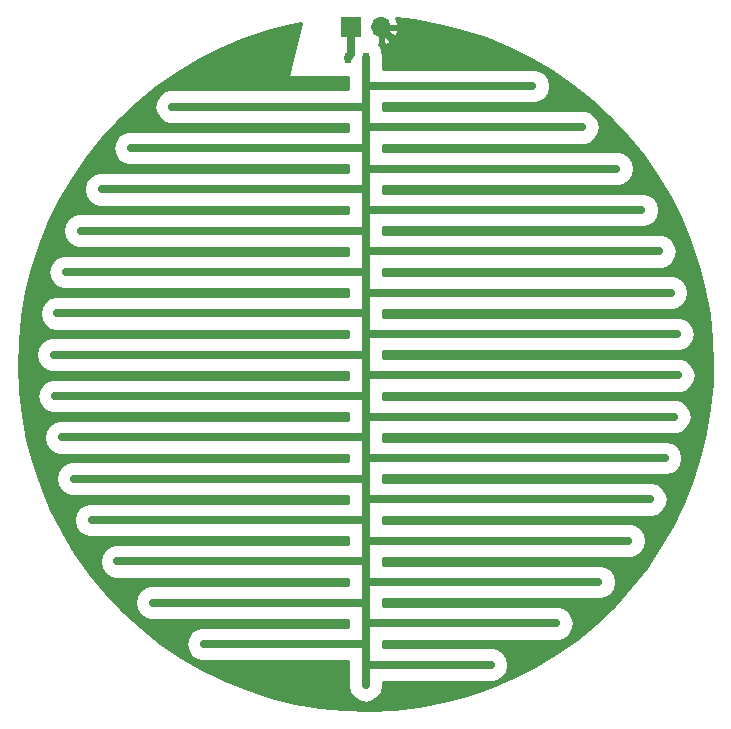
<source format=gbr>
G04 #@! TF.GenerationSoftware,KiCad,Pcbnew,(6.0.0-rc1-dev-135-gb4df06c)*
G04 #@! TF.CreationDate,2018-08-02T19:22:29+03:00*
G04 #@! TF.ProjectId,leaf-moist-sensor,6C6561662D6D6F6973742D73656E736F,rev?*
G04 #@! TF.SameCoordinates,Original*
G04 #@! TF.FileFunction,Copper,L1,Top,Signal*
G04 #@! TF.FilePolarity,Positive*
%FSLAX46Y46*%
G04 Gerber Fmt 4.6, Leading zero omitted, Abs format (unit mm)*
G04 Created by KiCad (PCBNEW (6.0.0-rc1-dev-135-gb4df06c)) date 2018 August 02, Thursday 19:22:29*
%MOMM*%
%LPD*%
G01*
G04 APERTURE LIST*
G04 #@! TA.AperFunction,SMDPad,CuDef*
%ADD10R,0.500000X0.900000*%
G04 #@! TD*
G04 #@! TA.AperFunction,ComponentPad*
%ADD11O,1.700000X1.700000*%
G04 #@! TD*
G04 #@! TA.AperFunction,ComponentPad*
%ADD12R,1.700000X1.700000*%
G04 #@! TD*
G04 #@! TA.AperFunction,Conductor*
%ADD13C,0.250000*%
G04 #@! TD*
G04 #@! TA.AperFunction,Conductor*
%ADD14C,0.700000*%
G04 #@! TD*
G04 #@! TA.AperFunction,Conductor*
%ADD15C,0.254000*%
G04 #@! TD*
G04 APERTURE END LIST*
D10*
G04 #@! TO.P,R4,2*
G04 #@! TO.N,/EXCITATION*
X132550000Y-60400000D03*
G04 #@! TO.P,R4,1*
G04 #@! TO.N,/SENSOR_TRACK*
X134050000Y-60400000D03*
G04 #@! TD*
D11*
G04 #@! TO.P,P1,2*
G04 #@! TO.N,GND*
X135390000Y-57850000D03*
D12*
G04 #@! TO.P,P1,1*
G04 #@! TO.N,/EXCITATION*
X132850000Y-57850000D03*
G04 #@! TD*
D13*
G04 #@! TO.N,/EXCITATION*
X132550000Y-57550000D02*
X132850000Y-57250000D01*
D14*
X132850000Y-60100000D02*
X132550000Y-60400000D01*
X132850000Y-57850000D02*
X132850000Y-60100000D01*
G04 #@! TO.N,/SENSOR_TRACK*
X134050000Y-62500000D02*
X134050000Y-113500000D01*
X134100000Y-62800000D02*
X148152824Y-62800000D01*
X134100000Y-66300000D02*
X152367900Y-66300000D01*
X134100000Y-69800000D02*
X155295018Y-69800000D01*
X134100000Y-73300000D02*
X157405230Y-73300000D01*
X134100000Y-76800000D02*
X158899484Y-76800000D01*
X134100000Y-80300000D02*
X159880684Y-80300000D01*
X134100000Y-83800000D02*
X160403892Y-83800000D01*
X134100000Y-87300000D02*
X160495193Y-87300000D01*
X134100000Y-90800000D02*
X160158928Y-90800000D01*
X134100000Y-94300000D02*
X159378804Y-94300000D01*
X134100000Y-97800000D02*
X158113596Y-97800000D01*
X134100000Y-101300000D02*
X156284453Y-101300000D01*
X134100000Y-104800000D02*
X153742493Y-104800000D01*
X134100000Y-108300000D02*
X150171971Y-108300000D01*
X134100000Y-111800000D02*
X144644811Y-111800000D01*
X134050000Y-64550000D02*
X117676345Y-64550000D01*
X134050000Y-68050000D02*
X114197164Y-68050000D01*
X134050000Y-71550000D02*
X111713608Y-71550000D01*
X134050000Y-75050000D02*
X109928551Y-75050000D01*
X134050000Y-78550000D02*
X108700046Y-78550000D01*
X134050000Y-82050000D02*
X107952652Y-82050000D01*
X134050000Y-85550000D02*
X107647212Y-85550000D01*
X134050000Y-89050000D02*
X107768981Y-89050000D01*
X134050000Y-92550000D02*
X108323753Y-92550000D01*
X134050000Y-96050000D02*
X109339354Y-96050000D01*
X134050000Y-99550000D02*
X110873436Y-99550000D01*
X134050000Y-103050000D02*
X113033631Y-103050000D01*
X134050000Y-106550000D02*
X116031768Y-106550000D01*
X134050000Y-110050000D02*
X120375014Y-110050000D01*
X134050000Y-60400000D02*
X134050000Y-62500000D01*
G04 #@! TO.N,GND*
X136239999Y-58699999D02*
X136249999Y-58699999D01*
X135390000Y-57850000D02*
X136239999Y-58699999D01*
X136249999Y-58699999D02*
X136700000Y-59150000D01*
G04 #@! TD*
D15*
G04 #@! TO.N,GND*
G36*
X138134452Y-57237613D02*
X140201886Y-57604018D01*
X142237831Y-58117301D01*
X144231868Y-58774836D01*
X146173789Y-59573256D01*
X148053655Y-60508475D01*
X149861845Y-61575707D01*
X151589103Y-62769488D01*
X153226588Y-64083709D01*
X154765919Y-65511642D01*
X156199217Y-67045980D01*
X157519145Y-68678867D01*
X158718949Y-70401947D01*
X159792486Y-72206401D01*
X160734261Y-74082991D01*
X161539455Y-76022114D01*
X162203947Y-78013843D01*
X162724334Y-80047984D01*
X163097953Y-82114126D01*
X163322892Y-84201693D01*
X163398000Y-86300000D01*
X163349336Y-87989389D01*
X163153565Y-90079893D01*
X162808830Y-92151050D01*
X162316895Y-94192259D01*
X161680278Y-96193072D01*
X160902236Y-98143247D01*
X159986754Y-100032804D01*
X158938516Y-101852071D01*
X157762887Y-103591735D01*
X156465886Y-105242892D01*
X155054150Y-106797092D01*
X153534906Y-108246378D01*
X151915930Y-109583334D01*
X150205509Y-110801115D01*
X148412396Y-111893489D01*
X146545771Y-112854864D01*
X144615186Y-113680320D01*
X142630525Y-114365632D01*
X140601944Y-114907292D01*
X138539828Y-115302527D01*
X136454731Y-115549314D01*
X134357326Y-115646391D01*
X132258347Y-115593260D01*
X130168539Y-115390194D01*
X128098598Y-115038231D01*
X126059119Y-114539174D01*
X124060541Y-113895576D01*
X122113093Y-113110732D01*
X120226743Y-112188659D01*
X118411147Y-111134077D01*
X116675597Y-109952383D01*
X115028977Y-108649626D01*
X113479715Y-107232474D01*
X112035740Y-105708181D01*
X110704444Y-104084548D01*
X109492641Y-102369885D01*
X108406533Y-100572971D01*
X107451679Y-98703001D01*
X106632967Y-96769547D01*
X105954587Y-94782505D01*
X105420012Y-92752046D01*
X105031978Y-90688563D01*
X104792470Y-88602618D01*
X104702715Y-86504886D01*
X104763172Y-84406106D01*
X104973532Y-82317019D01*
X105332718Y-80248320D01*
X105838892Y-78210595D01*
X106489462Y-76214275D01*
X107281099Y-74269579D01*
X108209751Y-72386459D01*
X109270664Y-70574555D01*
X110458409Y-68843141D01*
X111766906Y-67201078D01*
X113189457Y-65656772D01*
X114718782Y-64218127D01*
X116347052Y-62892507D01*
X118065934Y-61686696D01*
X119866629Y-60606867D01*
X121739920Y-59658547D01*
X123676220Y-58846589D01*
X125665618Y-58175149D01*
X127697930Y-57647665D01*
X128557285Y-57489169D01*
X127476617Y-61919907D01*
X127473000Y-61950000D01*
X127482667Y-61998601D01*
X127510197Y-62039803D01*
X127551399Y-62067333D01*
X127600000Y-62077000D01*
X132573001Y-62077000D01*
X132573001Y-62354526D01*
X132573000Y-62354530D01*
X132573000Y-63073000D01*
X117530874Y-63073000D01*
X117100048Y-63158697D01*
X116611487Y-63485142D01*
X116285042Y-63973703D01*
X116170409Y-64550000D01*
X116285042Y-65126297D01*
X116611487Y-65614858D01*
X117100048Y-65941303D01*
X117530874Y-66027000D01*
X132573000Y-66027000D01*
X132573000Y-66573000D01*
X114051693Y-66573000D01*
X113620867Y-66658697D01*
X113132306Y-66985142D01*
X112805861Y-67473703D01*
X112691228Y-68050000D01*
X112805861Y-68626297D01*
X113132306Y-69114858D01*
X113620867Y-69441303D01*
X114051693Y-69527000D01*
X132573000Y-69527000D01*
X132573000Y-70073000D01*
X111568137Y-70073000D01*
X111137311Y-70158697D01*
X110648750Y-70485142D01*
X110322305Y-70973703D01*
X110207672Y-71550000D01*
X110322305Y-72126297D01*
X110648750Y-72614858D01*
X111137311Y-72941303D01*
X111568137Y-73027000D01*
X132573000Y-73027000D01*
X132573000Y-73573000D01*
X109783080Y-73573000D01*
X109352254Y-73658697D01*
X108863693Y-73985142D01*
X108537248Y-74473703D01*
X108422615Y-75050000D01*
X108537248Y-75626297D01*
X108863693Y-76114858D01*
X109352254Y-76441303D01*
X109783080Y-76527000D01*
X132573000Y-76527000D01*
X132573000Y-77073000D01*
X108554575Y-77073000D01*
X108123749Y-77158697D01*
X107635188Y-77485142D01*
X107308743Y-77973703D01*
X107194110Y-78550000D01*
X107308743Y-79126297D01*
X107635188Y-79614858D01*
X108123749Y-79941303D01*
X108554575Y-80027000D01*
X132573000Y-80027000D01*
X132573000Y-80573000D01*
X107807181Y-80573000D01*
X107376355Y-80658697D01*
X106887794Y-80985142D01*
X106561349Y-81473703D01*
X106446716Y-82050000D01*
X106561349Y-82626297D01*
X106887794Y-83114858D01*
X107376355Y-83441303D01*
X107807181Y-83527000D01*
X132573000Y-83527000D01*
X132573000Y-84073000D01*
X107501741Y-84073000D01*
X107070915Y-84158697D01*
X106582354Y-84485142D01*
X106255909Y-84973703D01*
X106141276Y-85550000D01*
X106255909Y-86126297D01*
X106582354Y-86614858D01*
X107070915Y-86941303D01*
X107501741Y-87027000D01*
X132573000Y-87027000D01*
X132573000Y-87573000D01*
X107623510Y-87573000D01*
X107192684Y-87658697D01*
X106704123Y-87985142D01*
X106377678Y-88473703D01*
X106263045Y-89050000D01*
X106377678Y-89626297D01*
X106704123Y-90114858D01*
X107192684Y-90441303D01*
X107623510Y-90527000D01*
X132573001Y-90527000D01*
X132573001Y-91073000D01*
X108178282Y-91073000D01*
X107747456Y-91158697D01*
X107258895Y-91485142D01*
X106932450Y-91973703D01*
X106817817Y-92550000D01*
X106932450Y-93126297D01*
X107258895Y-93614858D01*
X107747456Y-93941303D01*
X108178282Y-94027000D01*
X132573001Y-94027000D01*
X132573001Y-94573000D01*
X109193883Y-94573000D01*
X108763057Y-94658697D01*
X108274496Y-94985142D01*
X107948051Y-95473703D01*
X107833418Y-96050000D01*
X107948051Y-96626297D01*
X108274496Y-97114858D01*
X108763057Y-97441303D01*
X109193883Y-97527000D01*
X132573001Y-97527000D01*
X132573001Y-98073000D01*
X110727965Y-98073000D01*
X110297139Y-98158697D01*
X109808578Y-98485142D01*
X109482133Y-98973703D01*
X109367500Y-99550000D01*
X109482133Y-100126297D01*
X109808578Y-100614858D01*
X110297139Y-100941303D01*
X110727965Y-101027000D01*
X132573001Y-101027000D01*
X132573001Y-101573000D01*
X112888160Y-101573000D01*
X112457334Y-101658697D01*
X111968773Y-101985142D01*
X111642328Y-102473703D01*
X111527695Y-103050000D01*
X111642328Y-103626297D01*
X111968773Y-104114858D01*
X112457334Y-104441303D01*
X112888160Y-104527000D01*
X132573001Y-104527000D01*
X132573001Y-105073000D01*
X115886297Y-105073000D01*
X115455471Y-105158697D01*
X114966910Y-105485142D01*
X114640465Y-105973703D01*
X114525832Y-106550000D01*
X114640465Y-107126297D01*
X114966910Y-107614858D01*
X115455471Y-107941303D01*
X115886297Y-108027000D01*
X132573001Y-108027000D01*
X132573001Y-108573000D01*
X120229543Y-108573000D01*
X119798717Y-108658697D01*
X119310156Y-108985142D01*
X118983711Y-109473703D01*
X118869078Y-110050000D01*
X118983711Y-110626297D01*
X119310156Y-111114858D01*
X119798717Y-111441303D01*
X120229543Y-111527000D01*
X132573001Y-111527000D01*
X132573001Y-113645471D01*
X132658698Y-114076297D01*
X132985143Y-114564858D01*
X133473704Y-114891303D01*
X134050000Y-115005936D01*
X134626297Y-114891303D01*
X135114858Y-114564858D01*
X135441303Y-114076297D01*
X135527000Y-113645471D01*
X135527000Y-113277000D01*
X144790282Y-113277000D01*
X145221108Y-113191303D01*
X145709669Y-112864858D01*
X146036114Y-112376297D01*
X146150747Y-111800000D01*
X146036114Y-111223703D01*
X145709669Y-110735142D01*
X145221108Y-110408697D01*
X144790282Y-110323000D01*
X135527000Y-110323000D01*
X135527000Y-110195471D01*
X135555936Y-110050000D01*
X135527000Y-109904529D01*
X135527000Y-109777000D01*
X150317442Y-109777000D01*
X150748268Y-109691303D01*
X151236829Y-109364858D01*
X151563274Y-108876297D01*
X151677907Y-108300000D01*
X151563274Y-107723703D01*
X151236829Y-107235142D01*
X150748268Y-106908697D01*
X150317442Y-106823000D01*
X135527000Y-106823000D01*
X135527000Y-106695471D01*
X135555936Y-106550000D01*
X135527000Y-106404529D01*
X135527000Y-106277000D01*
X153887964Y-106277000D01*
X154318790Y-106191303D01*
X154807351Y-105864858D01*
X155133796Y-105376297D01*
X155248429Y-104800000D01*
X155133796Y-104223703D01*
X154807351Y-103735142D01*
X154318790Y-103408697D01*
X153887964Y-103323000D01*
X135527000Y-103323000D01*
X135527000Y-103195471D01*
X135555936Y-103050000D01*
X135527000Y-102904529D01*
X135527000Y-102777000D01*
X156429924Y-102777000D01*
X156860750Y-102691303D01*
X157349311Y-102364858D01*
X157675756Y-101876297D01*
X157790389Y-101300000D01*
X157675756Y-100723703D01*
X157349311Y-100235142D01*
X156860750Y-99908697D01*
X156429924Y-99823000D01*
X135527000Y-99823000D01*
X135527000Y-99695471D01*
X135555936Y-99550000D01*
X135527000Y-99404529D01*
X135527000Y-99277000D01*
X158259067Y-99277000D01*
X158689893Y-99191303D01*
X159178454Y-98864858D01*
X159504899Y-98376297D01*
X159619532Y-97800000D01*
X159504899Y-97223703D01*
X159178454Y-96735142D01*
X158689893Y-96408697D01*
X158259067Y-96323000D01*
X135527000Y-96323000D01*
X135527000Y-96195471D01*
X135555936Y-96050000D01*
X135527000Y-95904529D01*
X135527000Y-95777000D01*
X159524275Y-95777000D01*
X159955101Y-95691303D01*
X160443662Y-95364858D01*
X160770107Y-94876297D01*
X160884740Y-94300000D01*
X160770107Y-93723703D01*
X160443662Y-93235142D01*
X159955101Y-92908697D01*
X159524275Y-92823000D01*
X135527000Y-92823000D01*
X135527000Y-92695471D01*
X135555936Y-92550000D01*
X135527000Y-92404529D01*
X135527000Y-92277000D01*
X160304399Y-92277000D01*
X160735225Y-92191303D01*
X161223786Y-91864858D01*
X161550231Y-91376297D01*
X161664864Y-90800000D01*
X161550231Y-90223703D01*
X161223786Y-89735142D01*
X160735225Y-89408697D01*
X160304399Y-89323000D01*
X135527000Y-89323000D01*
X135527000Y-89195471D01*
X135555936Y-89050000D01*
X135527000Y-88904529D01*
X135527000Y-88777000D01*
X160640664Y-88777000D01*
X161071490Y-88691303D01*
X161560051Y-88364858D01*
X161886496Y-87876297D01*
X162001129Y-87300000D01*
X161886496Y-86723703D01*
X161560051Y-86235142D01*
X161071490Y-85908697D01*
X160640664Y-85823000D01*
X135527000Y-85823000D01*
X135527000Y-85695471D01*
X135555936Y-85550000D01*
X135527000Y-85404529D01*
X135527000Y-85277000D01*
X160549363Y-85277000D01*
X160980189Y-85191303D01*
X161468750Y-84864858D01*
X161795195Y-84376297D01*
X161909828Y-83800000D01*
X161795195Y-83223703D01*
X161468750Y-82735142D01*
X160980189Y-82408697D01*
X160549363Y-82323000D01*
X135527000Y-82323000D01*
X135527000Y-82195471D01*
X135555936Y-82050000D01*
X135527000Y-81904529D01*
X135527000Y-81777000D01*
X160026155Y-81777000D01*
X160456981Y-81691303D01*
X160945542Y-81364858D01*
X161271987Y-80876297D01*
X161386620Y-80300000D01*
X161271987Y-79723703D01*
X160945542Y-79235142D01*
X160456981Y-78908697D01*
X160026155Y-78823000D01*
X135527000Y-78823000D01*
X135527000Y-78695471D01*
X135555936Y-78550000D01*
X135527000Y-78404529D01*
X135527000Y-78277000D01*
X159044955Y-78277000D01*
X159475781Y-78191303D01*
X159964342Y-77864858D01*
X160290787Y-77376297D01*
X160405420Y-76800000D01*
X160290787Y-76223703D01*
X159964342Y-75735142D01*
X159475781Y-75408697D01*
X159044955Y-75323000D01*
X135527000Y-75323000D01*
X135527000Y-75195471D01*
X135555936Y-75050000D01*
X135527000Y-74904529D01*
X135527000Y-74777000D01*
X157550701Y-74777000D01*
X157981527Y-74691303D01*
X158470088Y-74364858D01*
X158796533Y-73876297D01*
X158911166Y-73300000D01*
X158796533Y-72723703D01*
X158470088Y-72235142D01*
X157981527Y-71908697D01*
X157550701Y-71823000D01*
X135527000Y-71823000D01*
X135527000Y-71695471D01*
X135555936Y-71550000D01*
X135527000Y-71404529D01*
X135527000Y-71277000D01*
X155440489Y-71277000D01*
X155871315Y-71191303D01*
X156359876Y-70864858D01*
X156686321Y-70376297D01*
X156800954Y-69800000D01*
X156686321Y-69223703D01*
X156359876Y-68735142D01*
X155871315Y-68408697D01*
X155440489Y-68323000D01*
X135527000Y-68323000D01*
X135527000Y-68195471D01*
X135555936Y-68050000D01*
X135527000Y-67904529D01*
X135527000Y-67777000D01*
X152513371Y-67777000D01*
X152944197Y-67691303D01*
X153432758Y-67364858D01*
X153759203Y-66876297D01*
X153873836Y-66300000D01*
X153759203Y-65723703D01*
X153432758Y-65235142D01*
X152944197Y-64908697D01*
X152513371Y-64823000D01*
X135527000Y-64823000D01*
X135527000Y-64695471D01*
X135555936Y-64550000D01*
X135527000Y-64404529D01*
X135527000Y-64277000D01*
X148298295Y-64277000D01*
X148729121Y-64191303D01*
X149217682Y-63864858D01*
X149544127Y-63376297D01*
X149658760Y-62800000D01*
X149544127Y-62223703D01*
X149217682Y-61735142D01*
X148729121Y-61408697D01*
X148298295Y-61323000D01*
X135527000Y-61323000D01*
X135527000Y-60254529D01*
X135441303Y-59823703D01*
X135416604Y-59786739D01*
X135361611Y-59510267D01*
X135177000Y-59233976D01*
X135177000Y-59215540D01*
X135263000Y-59170155D01*
X135263000Y-57977000D01*
X135517000Y-57977000D01*
X135517000Y-59170155D01*
X135746890Y-59291476D01*
X136156924Y-59121645D01*
X136585183Y-58731358D01*
X136831486Y-58206892D01*
X136710819Y-57977000D01*
X135517000Y-57977000D01*
X135263000Y-57977000D01*
X135243000Y-57977000D01*
X135243000Y-57723000D01*
X135263000Y-57723000D01*
X135263000Y-57703000D01*
X135517000Y-57703000D01*
X135517000Y-57723000D01*
X136710819Y-57723000D01*
X136831486Y-57493108D01*
X136638267Y-57081678D01*
X138134452Y-57237613D01*
X138134452Y-57237613D01*
G37*
X138134452Y-57237613D02*
X140201886Y-57604018D01*
X142237831Y-58117301D01*
X144231868Y-58774836D01*
X146173789Y-59573256D01*
X148053655Y-60508475D01*
X149861845Y-61575707D01*
X151589103Y-62769488D01*
X153226588Y-64083709D01*
X154765919Y-65511642D01*
X156199217Y-67045980D01*
X157519145Y-68678867D01*
X158718949Y-70401947D01*
X159792486Y-72206401D01*
X160734261Y-74082991D01*
X161539455Y-76022114D01*
X162203947Y-78013843D01*
X162724334Y-80047984D01*
X163097953Y-82114126D01*
X163322892Y-84201693D01*
X163398000Y-86300000D01*
X163349336Y-87989389D01*
X163153565Y-90079893D01*
X162808830Y-92151050D01*
X162316895Y-94192259D01*
X161680278Y-96193072D01*
X160902236Y-98143247D01*
X159986754Y-100032804D01*
X158938516Y-101852071D01*
X157762887Y-103591735D01*
X156465886Y-105242892D01*
X155054150Y-106797092D01*
X153534906Y-108246378D01*
X151915930Y-109583334D01*
X150205509Y-110801115D01*
X148412396Y-111893489D01*
X146545771Y-112854864D01*
X144615186Y-113680320D01*
X142630525Y-114365632D01*
X140601944Y-114907292D01*
X138539828Y-115302527D01*
X136454731Y-115549314D01*
X134357326Y-115646391D01*
X132258347Y-115593260D01*
X130168539Y-115390194D01*
X128098598Y-115038231D01*
X126059119Y-114539174D01*
X124060541Y-113895576D01*
X122113093Y-113110732D01*
X120226743Y-112188659D01*
X118411147Y-111134077D01*
X116675597Y-109952383D01*
X115028977Y-108649626D01*
X113479715Y-107232474D01*
X112035740Y-105708181D01*
X110704444Y-104084548D01*
X109492641Y-102369885D01*
X108406533Y-100572971D01*
X107451679Y-98703001D01*
X106632967Y-96769547D01*
X105954587Y-94782505D01*
X105420012Y-92752046D01*
X105031978Y-90688563D01*
X104792470Y-88602618D01*
X104702715Y-86504886D01*
X104763172Y-84406106D01*
X104973532Y-82317019D01*
X105332718Y-80248320D01*
X105838892Y-78210595D01*
X106489462Y-76214275D01*
X107281099Y-74269579D01*
X108209751Y-72386459D01*
X109270664Y-70574555D01*
X110458409Y-68843141D01*
X111766906Y-67201078D01*
X113189457Y-65656772D01*
X114718782Y-64218127D01*
X116347052Y-62892507D01*
X118065934Y-61686696D01*
X119866629Y-60606867D01*
X121739920Y-59658547D01*
X123676220Y-58846589D01*
X125665618Y-58175149D01*
X127697930Y-57647665D01*
X128557285Y-57489169D01*
X127476617Y-61919907D01*
X127473000Y-61950000D01*
X127482667Y-61998601D01*
X127510197Y-62039803D01*
X127551399Y-62067333D01*
X127600000Y-62077000D01*
X132573001Y-62077000D01*
X132573001Y-62354526D01*
X132573000Y-62354530D01*
X132573000Y-63073000D01*
X117530874Y-63073000D01*
X117100048Y-63158697D01*
X116611487Y-63485142D01*
X116285042Y-63973703D01*
X116170409Y-64550000D01*
X116285042Y-65126297D01*
X116611487Y-65614858D01*
X117100048Y-65941303D01*
X117530874Y-66027000D01*
X132573000Y-66027000D01*
X132573000Y-66573000D01*
X114051693Y-66573000D01*
X113620867Y-66658697D01*
X113132306Y-66985142D01*
X112805861Y-67473703D01*
X112691228Y-68050000D01*
X112805861Y-68626297D01*
X113132306Y-69114858D01*
X113620867Y-69441303D01*
X114051693Y-69527000D01*
X132573000Y-69527000D01*
X132573000Y-70073000D01*
X111568137Y-70073000D01*
X111137311Y-70158697D01*
X110648750Y-70485142D01*
X110322305Y-70973703D01*
X110207672Y-71550000D01*
X110322305Y-72126297D01*
X110648750Y-72614858D01*
X111137311Y-72941303D01*
X111568137Y-73027000D01*
X132573000Y-73027000D01*
X132573000Y-73573000D01*
X109783080Y-73573000D01*
X109352254Y-73658697D01*
X108863693Y-73985142D01*
X108537248Y-74473703D01*
X108422615Y-75050000D01*
X108537248Y-75626297D01*
X108863693Y-76114858D01*
X109352254Y-76441303D01*
X109783080Y-76527000D01*
X132573000Y-76527000D01*
X132573000Y-77073000D01*
X108554575Y-77073000D01*
X108123749Y-77158697D01*
X107635188Y-77485142D01*
X107308743Y-77973703D01*
X107194110Y-78550000D01*
X107308743Y-79126297D01*
X107635188Y-79614858D01*
X108123749Y-79941303D01*
X108554575Y-80027000D01*
X132573000Y-80027000D01*
X132573000Y-80573000D01*
X107807181Y-80573000D01*
X107376355Y-80658697D01*
X106887794Y-80985142D01*
X106561349Y-81473703D01*
X106446716Y-82050000D01*
X106561349Y-82626297D01*
X106887794Y-83114858D01*
X107376355Y-83441303D01*
X107807181Y-83527000D01*
X132573000Y-83527000D01*
X132573000Y-84073000D01*
X107501741Y-84073000D01*
X107070915Y-84158697D01*
X106582354Y-84485142D01*
X106255909Y-84973703D01*
X106141276Y-85550000D01*
X106255909Y-86126297D01*
X106582354Y-86614858D01*
X107070915Y-86941303D01*
X107501741Y-87027000D01*
X132573000Y-87027000D01*
X132573000Y-87573000D01*
X107623510Y-87573000D01*
X107192684Y-87658697D01*
X106704123Y-87985142D01*
X106377678Y-88473703D01*
X106263045Y-89050000D01*
X106377678Y-89626297D01*
X106704123Y-90114858D01*
X107192684Y-90441303D01*
X107623510Y-90527000D01*
X132573001Y-90527000D01*
X132573001Y-91073000D01*
X108178282Y-91073000D01*
X107747456Y-91158697D01*
X107258895Y-91485142D01*
X106932450Y-91973703D01*
X106817817Y-92550000D01*
X106932450Y-93126297D01*
X107258895Y-93614858D01*
X107747456Y-93941303D01*
X108178282Y-94027000D01*
X132573001Y-94027000D01*
X132573001Y-94573000D01*
X109193883Y-94573000D01*
X108763057Y-94658697D01*
X108274496Y-94985142D01*
X107948051Y-95473703D01*
X107833418Y-96050000D01*
X107948051Y-96626297D01*
X108274496Y-97114858D01*
X108763057Y-97441303D01*
X109193883Y-97527000D01*
X132573001Y-97527000D01*
X132573001Y-98073000D01*
X110727965Y-98073000D01*
X110297139Y-98158697D01*
X109808578Y-98485142D01*
X109482133Y-98973703D01*
X109367500Y-99550000D01*
X109482133Y-100126297D01*
X109808578Y-100614858D01*
X110297139Y-100941303D01*
X110727965Y-101027000D01*
X132573001Y-101027000D01*
X132573001Y-101573000D01*
X112888160Y-101573000D01*
X112457334Y-101658697D01*
X111968773Y-101985142D01*
X111642328Y-102473703D01*
X111527695Y-103050000D01*
X111642328Y-103626297D01*
X111968773Y-104114858D01*
X112457334Y-104441303D01*
X112888160Y-104527000D01*
X132573001Y-104527000D01*
X132573001Y-105073000D01*
X115886297Y-105073000D01*
X115455471Y-105158697D01*
X114966910Y-105485142D01*
X114640465Y-105973703D01*
X114525832Y-106550000D01*
X114640465Y-107126297D01*
X114966910Y-107614858D01*
X115455471Y-107941303D01*
X115886297Y-108027000D01*
X132573001Y-108027000D01*
X132573001Y-108573000D01*
X120229543Y-108573000D01*
X119798717Y-108658697D01*
X119310156Y-108985142D01*
X118983711Y-109473703D01*
X118869078Y-110050000D01*
X118983711Y-110626297D01*
X119310156Y-111114858D01*
X119798717Y-111441303D01*
X120229543Y-111527000D01*
X132573001Y-111527000D01*
X132573001Y-113645471D01*
X132658698Y-114076297D01*
X132985143Y-114564858D01*
X133473704Y-114891303D01*
X134050000Y-115005936D01*
X134626297Y-114891303D01*
X135114858Y-114564858D01*
X135441303Y-114076297D01*
X135527000Y-113645471D01*
X135527000Y-113277000D01*
X144790282Y-113277000D01*
X145221108Y-113191303D01*
X145709669Y-112864858D01*
X146036114Y-112376297D01*
X146150747Y-111800000D01*
X146036114Y-111223703D01*
X145709669Y-110735142D01*
X145221108Y-110408697D01*
X144790282Y-110323000D01*
X135527000Y-110323000D01*
X135527000Y-110195471D01*
X135555936Y-110050000D01*
X135527000Y-109904529D01*
X135527000Y-109777000D01*
X150317442Y-109777000D01*
X150748268Y-109691303D01*
X151236829Y-109364858D01*
X151563274Y-108876297D01*
X151677907Y-108300000D01*
X151563274Y-107723703D01*
X151236829Y-107235142D01*
X150748268Y-106908697D01*
X150317442Y-106823000D01*
X135527000Y-106823000D01*
X135527000Y-106695471D01*
X135555936Y-106550000D01*
X135527000Y-106404529D01*
X135527000Y-106277000D01*
X153887964Y-106277000D01*
X154318790Y-106191303D01*
X154807351Y-105864858D01*
X155133796Y-105376297D01*
X155248429Y-104800000D01*
X155133796Y-104223703D01*
X154807351Y-103735142D01*
X154318790Y-103408697D01*
X153887964Y-103323000D01*
X135527000Y-103323000D01*
X135527000Y-103195471D01*
X135555936Y-103050000D01*
X135527000Y-102904529D01*
X135527000Y-102777000D01*
X156429924Y-102777000D01*
X156860750Y-102691303D01*
X157349311Y-102364858D01*
X157675756Y-101876297D01*
X157790389Y-101300000D01*
X157675756Y-100723703D01*
X157349311Y-100235142D01*
X156860750Y-99908697D01*
X156429924Y-99823000D01*
X135527000Y-99823000D01*
X135527000Y-99695471D01*
X135555936Y-99550000D01*
X135527000Y-99404529D01*
X135527000Y-99277000D01*
X158259067Y-99277000D01*
X158689893Y-99191303D01*
X159178454Y-98864858D01*
X159504899Y-98376297D01*
X159619532Y-97800000D01*
X159504899Y-97223703D01*
X159178454Y-96735142D01*
X158689893Y-96408697D01*
X158259067Y-96323000D01*
X135527000Y-96323000D01*
X135527000Y-96195471D01*
X135555936Y-96050000D01*
X135527000Y-95904529D01*
X135527000Y-95777000D01*
X159524275Y-95777000D01*
X159955101Y-95691303D01*
X160443662Y-95364858D01*
X160770107Y-94876297D01*
X160884740Y-94300000D01*
X160770107Y-93723703D01*
X160443662Y-93235142D01*
X159955101Y-92908697D01*
X159524275Y-92823000D01*
X135527000Y-92823000D01*
X135527000Y-92695471D01*
X135555936Y-92550000D01*
X135527000Y-92404529D01*
X135527000Y-92277000D01*
X160304399Y-92277000D01*
X160735225Y-92191303D01*
X161223786Y-91864858D01*
X161550231Y-91376297D01*
X161664864Y-90800000D01*
X161550231Y-90223703D01*
X161223786Y-89735142D01*
X160735225Y-89408697D01*
X160304399Y-89323000D01*
X135527000Y-89323000D01*
X135527000Y-89195471D01*
X135555936Y-89050000D01*
X135527000Y-88904529D01*
X135527000Y-88777000D01*
X160640664Y-88777000D01*
X161071490Y-88691303D01*
X161560051Y-88364858D01*
X161886496Y-87876297D01*
X162001129Y-87300000D01*
X161886496Y-86723703D01*
X161560051Y-86235142D01*
X161071490Y-85908697D01*
X160640664Y-85823000D01*
X135527000Y-85823000D01*
X135527000Y-85695471D01*
X135555936Y-85550000D01*
X135527000Y-85404529D01*
X135527000Y-85277000D01*
X160549363Y-85277000D01*
X160980189Y-85191303D01*
X161468750Y-84864858D01*
X161795195Y-84376297D01*
X161909828Y-83800000D01*
X161795195Y-83223703D01*
X161468750Y-82735142D01*
X160980189Y-82408697D01*
X160549363Y-82323000D01*
X135527000Y-82323000D01*
X135527000Y-82195471D01*
X135555936Y-82050000D01*
X135527000Y-81904529D01*
X135527000Y-81777000D01*
X160026155Y-81777000D01*
X160456981Y-81691303D01*
X160945542Y-81364858D01*
X161271987Y-80876297D01*
X161386620Y-80300000D01*
X161271987Y-79723703D01*
X160945542Y-79235142D01*
X160456981Y-78908697D01*
X160026155Y-78823000D01*
X135527000Y-78823000D01*
X135527000Y-78695471D01*
X135555936Y-78550000D01*
X135527000Y-78404529D01*
X135527000Y-78277000D01*
X159044955Y-78277000D01*
X159475781Y-78191303D01*
X159964342Y-77864858D01*
X160290787Y-77376297D01*
X160405420Y-76800000D01*
X160290787Y-76223703D01*
X159964342Y-75735142D01*
X159475781Y-75408697D01*
X159044955Y-75323000D01*
X135527000Y-75323000D01*
X135527000Y-75195471D01*
X135555936Y-75050000D01*
X135527000Y-74904529D01*
X135527000Y-74777000D01*
X157550701Y-74777000D01*
X157981527Y-74691303D01*
X158470088Y-74364858D01*
X158796533Y-73876297D01*
X158911166Y-73300000D01*
X158796533Y-72723703D01*
X158470088Y-72235142D01*
X157981527Y-71908697D01*
X157550701Y-71823000D01*
X135527000Y-71823000D01*
X135527000Y-71695471D01*
X135555936Y-71550000D01*
X135527000Y-71404529D01*
X135527000Y-71277000D01*
X155440489Y-71277000D01*
X155871315Y-71191303D01*
X156359876Y-70864858D01*
X156686321Y-70376297D01*
X156800954Y-69800000D01*
X156686321Y-69223703D01*
X156359876Y-68735142D01*
X155871315Y-68408697D01*
X155440489Y-68323000D01*
X135527000Y-68323000D01*
X135527000Y-68195471D01*
X135555936Y-68050000D01*
X135527000Y-67904529D01*
X135527000Y-67777000D01*
X152513371Y-67777000D01*
X152944197Y-67691303D01*
X153432758Y-67364858D01*
X153759203Y-66876297D01*
X153873836Y-66300000D01*
X153759203Y-65723703D01*
X153432758Y-65235142D01*
X152944197Y-64908697D01*
X152513371Y-64823000D01*
X135527000Y-64823000D01*
X135527000Y-64695471D01*
X135555936Y-64550000D01*
X135527000Y-64404529D01*
X135527000Y-64277000D01*
X148298295Y-64277000D01*
X148729121Y-64191303D01*
X149217682Y-63864858D01*
X149544127Y-63376297D01*
X149658760Y-62800000D01*
X149544127Y-62223703D01*
X149217682Y-61735142D01*
X148729121Y-61408697D01*
X148298295Y-61323000D01*
X135527000Y-61323000D01*
X135527000Y-60254529D01*
X135441303Y-59823703D01*
X135416604Y-59786739D01*
X135361611Y-59510267D01*
X135177000Y-59233976D01*
X135177000Y-59215540D01*
X135263000Y-59170155D01*
X135263000Y-57977000D01*
X135517000Y-57977000D01*
X135517000Y-59170155D01*
X135746890Y-59291476D01*
X136156924Y-59121645D01*
X136585183Y-58731358D01*
X136831486Y-58206892D01*
X136710819Y-57977000D01*
X135517000Y-57977000D01*
X135263000Y-57977000D01*
X135243000Y-57977000D01*
X135243000Y-57723000D01*
X135263000Y-57723000D01*
X135263000Y-57703000D01*
X135517000Y-57703000D01*
X135517000Y-57723000D01*
X136710819Y-57723000D01*
X136831486Y-57493108D01*
X136638267Y-57081678D01*
X138134452Y-57237613D01*
G04 #@! TD*
M02*

</source>
